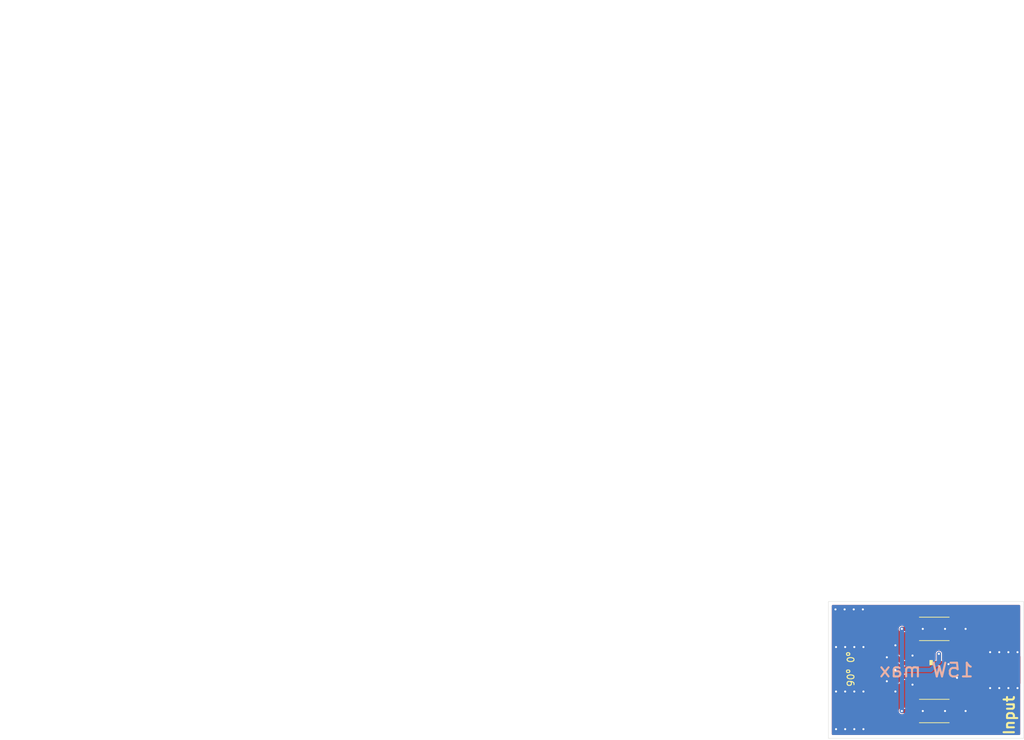
<source format=kicad_pcb>
(kicad_pcb (version 20240108) (generator "pcbnew") (generator_version "8.0")
  (layers (0 "F.Cu" signal) (31 "B.Cu" signal) (34 "B.Paste" user) (35 "F.Paste" user) (36 "B.SilkS" user "B.Silkscreen") (37 "F.SilkS" user "F.Silkscreen") (38 "B.Mask" user) (39 "F.Mask" user) (44 "Edge.Cuts" user))
  (net 0 "")
  (net 1 "GND")
  (net 2 "Net-(J0-In)")
  (net 3 "Net-(J90-In)")
  (net 4 "Net-(Ji1-In)")
  (net 5 "Net-(U1-50_OHM)")
  (footprint "Footprints:QCN3" (layer "F.Cu") (at 136.97 97.6 90)
    (property "Reference" "U1" (hide yes))
    (property "Value" "QCN3" (hide yes))
    (fp_rect (start 0.75 -1.2) (end 1.4 -0.8) (stroke (width 0.1)) (fill solid) (layer "F.SilkS"))
    (pad "1" smd roundrect (at -0.98 0.05 90) (size 0.61 1.07) (layers "F.Cu" "F.Paste" "F.Mask") (roundrect_rratio 0.01) (net 4 "Net-(Ji1-In)"))
    (pad "2" smd roundrect (at 0.01 0.05 90) (size 0.61 1.07) (layers "F.Cu" "F.Paste" "F.Mask") (roundrect_rratio 0.01) (net 1 "GND"))
    (pad "3" smd roundrect (at 1 0.05 90) (size 0.61 1.07) (layers "F.Cu" "F.Paste" "F.Mask") (roundrect_rratio 0.01) (net 5 "Net-(U1-50_OHM)"))
    (pad "4" smd roundrect (at 0.98 -2 90) (size 0.61 1.07) (layers "F.Cu" "F.Paste" "F.Mask") (roundrect_rratio 0.01) (net 2 "Net-(J0-In)"))
    (pad "5" smd roundrect (at -0.01 -2 90) (size 0.61 1.07) (layers "F.Cu" "F.Paste" "F.Mask") (roundrect_rratio 0.01) (net 1 "GND"))
    (pad "6" smd roundrect (at -1 -2 90) (size 0.61 1.07) (layers "F.Cu" "F.Paste" "F.Mask") (roundrect_rratio 0.01) (net 3 "Net-(J90-In)"))
  )
  (footprint "Footprints:Wire connector_S" (layer "F.Cu") (at 128.5 103.6 180)
    (property "Reference" "J90" (hide yes))
    (property "Value" "Conn_Coaxial_Small" (hide yes))
    (pad "1" smd rect (at -0.25 0 90) (size 2.5 2.5) (layers "F.Cu" "F.Paste" "F.Mask") (net 3 "Net-(J90-In)"))
    (pad "2" smd rect (at 4.5 0.1 90) (size 4 4) (layers "F.Cu" "F.Paste" "F.Mask") (net 1 "GND"))
  )
  (footprint "Resistor_SMD:R_2512_6332Metric_Pad1.40x3.35mm_HandSolder" (layer "F.Cu") (at 136.43 103.6)
    (property "Reference" "R2" (hide yes))
    (property "Value" "100" (hide yes))
    (fp_line (start -2.177064 -1.71) (end 2.177064 -1.71) (stroke (width 0.12)) (layer "F.SilkS"))
    (fp_line (start -2.177064 1.71) (end 2.177064 1.71) (stroke (width 0.12)) (layer "F.SilkS"))
    (pad "1" smd roundrect (at -3.05 0) (size 1.4 3.35) (layers "F.Cu" "F.Paste" "F.Mask") (roundrect_rratio 0.178571) (net 5 "Net-(U1-50_OHM)"))
    (pad "2" smd roundrect (at 3.05 0) (size 1.4 3.35) (layers "F.Cu" "F.Paste" "F.Mask") (roundrect_rratio 0.178571) (net 1 "GND"))
  )
  (footprint "Footprints:Wire connector_S" (layer "F.Cu") (at 128.5 91.6 180)
    (property "Reference" "J0" (hide yes))
    (property "Value" "Conn_Coaxial_Small" (hide yes))
    (pad "1" smd rect (at -0.25 0 90) (size 2.5 2.5) (layers "F.Cu" "F.Paste" "F.Mask") (net 2 "Net-(J0-In)"))
    (pad "2" smd rect (at 4.5 0.1 90) (size 4 4) (layers "F.Cu" "F.Paste" "F.Mask") (net 1 "GND"))
  )
  (footprint "Footprints:Wire connector_S" (layer "F.Cu") (at 142.5 97.5)
    (property "Reference" "Ji1" (hide yes))
    (property "Value" "Conn_Coaxial_Small" (hide yes))
    (pad "1" smd rect (at -0.25 0 270) (size 2.5 2.5) (layers "F.Cu" "F.Paste" "F.Mask") (net 4 "Net-(Ji1-In)"))
    (pad "2" smd rect (at 4.5 0.1 270) (size 4 4) (layers "F.Cu" "F.Paste" "F.Mask") (net 1 "GND"))
  )
  (footprint "Resistor_SMD:R_2512_6332Metric_Pad1.40x3.35mm_HandSolder" (layer "F.Cu") (at 136.43 91.6)
    (property "Reference" "R1" (hide yes))
    (property "Value" "100" (hide yes))
    (fp_line (start -2.177064 -1.71) (end 2.177064 -1.71) (stroke (width 0.12)) (layer "F.SilkS"))
    (fp_line (start -2.177064 1.71) (end 2.177064 1.71) (stroke (width 0.12)) (layer "F.SilkS"))
    (pad "1" smd roundrect (at -3.05 0) (size 1.4 3.35) (layers "F.Cu" "F.Paste" "F.Mask") (roundrect_rratio 0.178571) (net 5 "Net-(U1-50_OHM)"))
    (pad "2" smd roundrect (at 3.05 0) (size 1.4 3.35) (layers "F.Cu" "F.Paste" "F.Mask") (roundrect_rratio 0.178571) (net 1 "GND"))
  )
  (gr_rect (start 120.97 87.6) (end 149.47 107.6) (stroke (width 0.05)) (fill none) (layer "Edge.Cuts"))
  (gr_text "15W max" (at 142.327144 98.8035 0) (layer "B.SilkS") (effects (font (size 2 2) (thickness 0.3)) (justify left bottom mirror)))
  (gr_text "90º" (at 124.25 98.75 90) (layer "F.SilkS") (effects (font (size 1 1))))
  (gr_text "Input" (at 148.25 107.25 90) (layer "F.SilkS") (effects (font (size 1.5 1.5) (thickness 0.3) (bold yes)) (justify left bottom)))
  (gr_text "0º" (at 124.25 95.75 90) (layer "F.SilkS") (effects (font (size 1 1))))
  (via (at 129.5 99.25) (size 0.6) (drill 0.3) (layers "F.Cu" "B.Cu") (net 1))
  (via (at 138 103.6) (size 0.6) (drill 0.3) (layers "F.Cu" "B.Cu") (net 1))
  (via (at 124.75 100.75) (size 0.6) (drill 0.3) (layers "F.Cu" "B.Cu") (net 1))
  (via (at 123.416667 100.75) (size 0.6) (drill 0.3) (layers "F.Cu" "B.Cu") (net 1))
  (via (at 126.083334 94.25) (size 0.6) (drill 0.3) (layers "F.Cu" "B.Cu") (net 1))
  (via (at 133.25 99.75) (size 0.6) (drill 0.3) (layers "F.Cu" "B.Cu") (net 1))
  (via (at 138.5 96.75) (size 0.6) (drill 0.3) (layers "F.Cu" "B.Cu") (net 1))
  (via (at 141 103.6) (size 0.6) (drill 0.3) (layers "F.Cu" "B.Cu") (net 1))
  (via (at 123.416667 94.25) (size 0.6) (drill 0.3) (layers "F.Cu" "B.Cu") (net 1))
  (via (at 130.75 100.75) (size 0.6) (drill 0.3) (layers "F.Cu" "B.Cu") (net 1))
  (via (at 123.333333 88.75) (size 0.6) (drill 0.3) (layers "F.Cu" "B.Cu") (net 1))
  (via (at 122.083334 100.75) (size 0.6) (drill 0.3) (layers "F.Cu" "B.Cu") (net 1))
  (via (at 134.75 103.6) (size 0.6) (drill 0.3) (layers "F.Cu" "B.Cu") (net 1))
  (via (at 147.25 95) (size 0.6) (drill 0.3) (layers "F.Cu" "B.Cu") (net 1))
  (via (at 124.75 94.25) (size 0.6) (drill 0.3) (layers "F.Cu" "B.Cu") (net 1))
  (via (at 130.75 94) (size 0.6) (drill 0.3) (layers "F.Cu" "B.Cu") (net 1))
  (via (at 122.083334 106.25) (size 0.6) (drill 0.3) (layers "F.Cu" "B.Cu") (net 1))
  (via (at 144.583334 100.25) (size 0.6) (drill 0.3) (layers "F.Cu" "B.Cu") (net 1))
  (via (at 148.583334 100.25) (size 0.6) (drill 0.3) (layers "F.Cu" "B.Cu") (net 1))
  (via (at 123.416667 106.25) (size 0.6) (drill 0.3) (layers "F.Cu" "B.Cu") (net 1))
  (via (at 126.083334 100.75) (size 0.6) (drill 0.3) (layers "F.Cu" "B.Cu") (net 1))
  (via (at 144.583334 95) (size 0.6) (drill 0.3) (layers "F.Cu" "B.Cu") (net 1))
  (via (at 133.25 95.5) (size 0.6) (drill 0.3) (layers "F.Cu" "B.Cu") (net 1))
  (via (at 148.583334 95) (size 0.6) (drill 0.3) (layers "F.Cu" "B.Cu") (net 1))
  (via (at 122 88.75) (size 0.6) (drill 0.3) (layers "F.Cu" "B.Cu") (net 1))
  (via (at 138 91.6) (size 0.6) (drill 0.3) (layers "F.Cu" "B.Cu") (net 1))
  (via (at 126.083334 106.25) (size 0.6) (drill 0.3) (layers "F.Cu" "B.Cu") (net 1))
  (via (at 147.25 100.25) (size 0.6) (drill 0.3) (layers "F.Cu" "B.Cu") (net 1))
  (via (at 145.916667 95) (size 0.6) (drill 0.3) (layers "F.Cu" "B.Cu") (net 1))
  (via (at 139.75 98.75) (size 0.6) (drill 0.3) (layers "F.Cu" "B.Cu") (net 1))
  (via (at 141 91.6) (size 0.6) (drill 0.3) (layers "F.Cu" "B.Cu") (net 1))
  (via (at 129.5 95.75) (size 0.6) (drill 0.3) (layers "F.Cu" "B.Cu") (net 1))
  (via (at 124.75 106.25) (size 0.6) (drill 0.3) (layers "F.Cu" "B.Cu") (net 1))
  (via (at 145.916667 100.25) (size 0.6) (drill 0.3) (layers "F.Cu" "B.Cu") (net 1))
  (via (at 134.75 91.6) (size 0.6) (drill 0.3) (layers "F.Cu" "B.Cu") (net 1))
  (via (at 130.75 97.6) (size 0.6) (drill 0.3) (layers "F.Cu" "B.Cu") (net 1))
  (via (at 122.083334 94.25) (size 0.6) (drill 0.3) (layers "F.Cu" "B.Cu") (net 1))
  (via (at 124.666666 88.75) (size 0.6) (drill 0.3) (layers "F.Cu" "B.Cu") (net 1))
  (via (at 126 88.75) (size 0.6) (drill 0.3) (layers "F.Cu" "B.Cu") (net 1))
  (segment (start 128.75 91.6) (end 128.75 93.5) (width 0.6322) (layer "F.Cu") (net 2))
  (segment (start 131.87 96.62) (end 134.97 96.62) (width 0.6322) (layer "F.Cu") (net 2))
  (segment (start 128.75 93.5) (end 131.87 96.62) (width 0.6322) (layer "F.Cu") (net 2))
  (segment (start 134.97 96.62) (end 134.72 96.62) (width 0.6322) (layer "F.Cu") (net 2))
  (segment (start 131.65 98.6) (end 134.97 98.6) (width 0.6322) (layer "F.Cu") (net 3))
  (segment (start 128.75 103.6) (end 128.75 101.5) (width 0.6322) (layer "F.Cu") (net 3))
  (segment (start 128.75 101.5) (end 131.65 98.6) (width 0.6322) (layer "F.Cu") (net 3))
  (segment (start 129.7 103.6) (end 127.8925 103.6) (width 0.7) (layer "F.Cu") (net 3))
  (segment (start 139.4 97.5) (end 138.32 98.58) (width 0.6322) (layer "F.Cu") (net 4))
  (segment (start 138.32 98.58) (end 137.02 98.58) (width 0.6322) (layer "F.Cu") (net 4))
  (segment (start 142.25 97.5) (end 139.4 97.5) (width 0.6322) (layer "F.Cu") (net 4))
  (segment (start 137.1 95.25) (end 137.1 96.52) (width 0.6322) (layer "F.Cu") (net 5))
  (segment (start 133.38 103.6) (end 131.7 103.6) (width 0.6322) (layer "F.Cu") (net 5))
  (segment (start 133.38 91.6) (end 131.7 91.6) (width 0.6322) (layer "F.Cu") (net 5))
  (segment (start 137.1 96.52) (end 137.02 96.6) (width 0.6322) (layer "F.Cu") (net 5))
  (via (at 131.7 91.6) (size 0.6) (drill 0.3) (layers "F.Cu" "B.Cu") (net 5))
  (via (at 131.7 103.6) (size 0.6) (drill 0.3) (layers "F.Cu" "B.Cu") (net 5))
  (via (at 137.1 95.25) (size 0.6) (drill 0.3) (layers "F.Cu" "B.Cu") (net 5))
  (segment (start 135.88 97.6) (end 131.7 97.6) (width 0.6322) (layer "B.Cu") (net 5))
  (segment (start 137.1 95.25) (end 137.1 96.4) (width 0.6322) (layer "B.Cu") (net 5))
  (segment (start 135.89 97.61) (end 135.88 97.6) (width 0.6322) (layer "B.Cu") (net 5))
  (segment (start 131.7 103.6) (end 131.7 97.6) (width 0.6322) (layer "B.Cu") (net 5))
  (segment (start 137.1 96.4) (end 135.89 97.61) (width 0.6322) (layer "B.Cu") (net 5))
  (segment (start 131.7 97.6) (end 131.7 91.6) (width 0.6322) (layer "B.Cu") (net 5))
  (zone (net 1) (net_name "GND") (layers "F&B.Cu") (connect_pads yes (clearance 0.15)) (min_thickness 0.25) (fill yes (thermal_gap 0.5) (thermal_bridge_width 0.5))
    (polygon (pts (xy 125.97 87.6) (xy 149.49 87.85) (xy 149.54 107.84) (xy 121.04 107.61) (xy 120.98 87.61)))
  )
)
</source>
